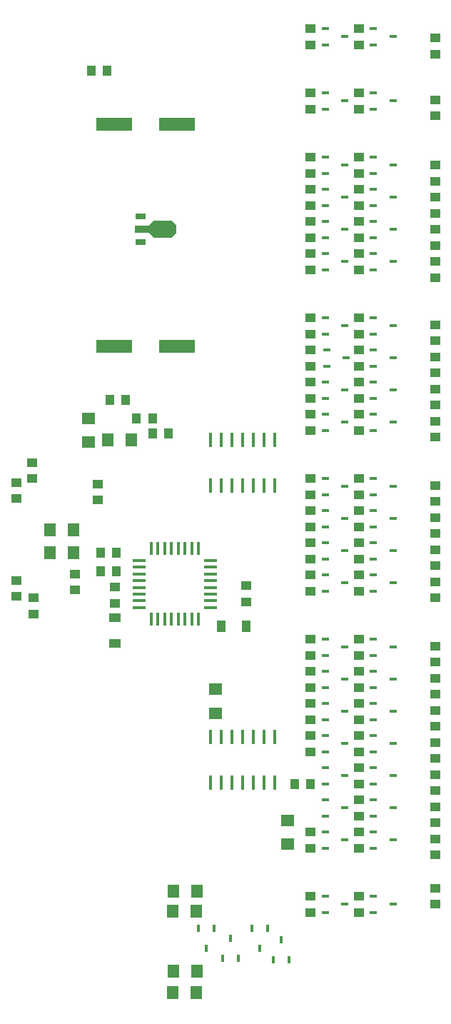
<source format=gbr>
G04 DipTrace 3.3.1.3*
G04 BottomPaste.gbr*
%MOIN*%
G04 #@! TF.FileFunction,Paste,Bot*
G04 #@! TF.Part,Single*
%AMOUTLINE2*
4,1,10,
-0.096457,0.015748,
-0.031834,0.015748,
-0.008212,0.03937,
0.075141,0.03937,
0.096457,0.018054,
0.096457,-0.018054,
0.075141,-0.03937,
-0.008212,-0.03937,
-0.031834,-0.015748,
-0.096457,-0.015748,
-0.096457,0.015748,
0*%
%ADD53R,0.051181X0.031496*%
%ADD57R,0.015748X0.070866*%
%ADD59R,0.011811X0.059055*%
%ADD61R,0.059055X0.011811*%
%ADD63R,0.062992X0.055118*%
%ADD65R,0.033465X0.017717*%
%ADD67R,0.017717X0.033465*%
%ADD69R,0.055118X0.03937*%
%ADD71R,0.03937X0.055118*%
%ADD77R,0.055118X0.062992*%
%ADD79R,0.043307X0.051181*%
%ADD81R,0.165354X0.062992*%
%ADD83R,0.051181X0.043307*%
%ADD89OUTLINE2*%
%FSLAX26Y26*%
G04*
G70*
G90*
G75*
G01*
G04 BotPaste*
%LPD*%
D83*
X1637451Y2356201D3*
Y2431004D3*
X1024951Y2424950D3*
Y2350147D3*
D81*
X1312449Y4587450D3*
X1021110D3*
D79*
X912451Y4837451D3*
X987255D3*
X999953Y3299950D3*
X1074756D3*
D81*
X1312449Y3549951D3*
X1021110D3*
D83*
X643701Y2374950D3*
Y2300147D3*
X637451Y3006201D3*
Y2931398D3*
D79*
X1274951Y3143701D3*
X1200148D3*
D83*
X562451Y2912451D3*
Y2837648D3*
Y2381201D3*
Y2456004D3*
D77*
X831202Y2587450D3*
X720966D3*
X831202Y2693701D3*
X720966D3*
D71*
X1637451Y2243701D3*
X1519341D3*
D69*
X1024951Y2281201D3*
Y2163091D3*
D67*
X1599953Y693702D3*
X1525150D3*
X1562551Y784253D3*
X1662453Y831201D3*
X1737256D3*
X1699854Y740650D3*
X1412453Y831201D3*
X1487256D3*
X1449854Y740650D3*
X1837451Y687450D3*
X1762648D3*
X1800050Y778001D3*
D65*
X2231201Y907235D3*
Y982038D3*
X2321752Y944636D3*
X2006201Y907235D3*
Y982038D3*
X2096752Y944636D3*
X2231201Y1357234D3*
Y1432037D3*
X2321752Y1394635D3*
X2006201Y1357234D3*
Y1432037D3*
X2096752Y1394635D3*
X2231201Y1207235D3*
Y1282038D3*
X2321752Y1244636D3*
X2006201Y1207235D3*
Y1282038D3*
X2096752Y1244636D3*
X2231201Y1507235D3*
Y1582038D3*
X2321752Y1544636D3*
X2006201Y1507235D3*
Y1582038D3*
X2096752Y1544636D3*
X2231201Y1657234D3*
Y1732037D3*
X2321752Y1694635D3*
X2006201Y1657234D3*
Y1732037D3*
X2096752Y1694635D3*
X2231201Y1807235D3*
Y1882038D3*
X2321752Y1844636D3*
X2006201Y1807235D3*
Y1882038D3*
X2096752Y1844636D3*
X2231201Y1957234D3*
Y2032037D3*
X2321752Y1994635D3*
X2006201Y1957234D3*
Y2032037D3*
X2096752Y1994635D3*
X2231201Y2107235D3*
Y2182038D3*
X2321752Y2144636D3*
X2006201Y2107235D3*
Y2182038D3*
X2096752Y2144636D3*
X2231201Y2407235D3*
Y2482038D3*
X2321752Y2444636D3*
X2006201Y2407235D3*
Y2482038D3*
X2096752Y2444636D3*
X2231201Y2557235D3*
Y2632038D3*
X2321752Y2594636D3*
X2006201Y2557235D3*
Y2632038D3*
X2096752Y2594636D3*
X2231201Y2707235D3*
Y2782038D3*
X2321752Y2744636D3*
X2006201Y2707235D3*
Y2782038D3*
X2096752Y2744636D3*
X2231201Y2857235D3*
Y2932038D3*
X2321752Y2894636D3*
X2006201Y2857235D3*
Y2932038D3*
X2096752Y2894636D3*
X2231201Y3157235D3*
Y3232038D3*
X2321752Y3194636D3*
X2006201Y3157235D3*
Y3232038D3*
X2096752Y3194636D3*
X2231201Y3307235D3*
Y3382038D3*
X2321752Y3344636D3*
X2006201Y3307235D3*
Y3382038D3*
X2096752Y3344636D3*
X2231201Y3457235D3*
Y3532038D3*
X2321752Y3494636D3*
X2012451Y3457235D3*
Y3532038D3*
X2103003Y3494636D3*
X2231201Y3607235D3*
Y3682038D3*
X2321752Y3644636D3*
X2006201Y3607235D3*
Y3682038D3*
X2096752Y3644636D3*
X2231201Y4957235D3*
Y5032038D3*
X2321752Y4994636D3*
X2006201Y4957235D3*
Y5032038D3*
X2096752Y4994636D3*
X2231201Y4657235D3*
Y4732038D3*
X2321752Y4694636D3*
X2006201Y4657235D3*
Y4732038D3*
X2096752Y4694636D3*
X2231201Y4357235D3*
Y4432038D3*
X2321752Y4394636D3*
X2006201Y4357235D3*
Y4432038D3*
X2096752Y4394636D3*
X2231201Y4207235D3*
Y4282038D3*
X2321752Y4244636D3*
X2006201Y4207235D3*
Y4282038D3*
X2096752Y4244636D3*
X2231201Y4057235D3*
Y4132038D3*
X2321752Y4094636D3*
X2006201Y4057235D3*
Y4132038D3*
X2096752Y4094636D3*
X2231201Y3907235D3*
Y3982038D3*
X2321752Y3944636D3*
X2006201Y3907235D3*
Y3982038D3*
X2096752Y3944636D3*
D77*
X1406202Y1006201D3*
X1295966D3*
X1292668Y531201D3*
X1402904D3*
X1294735Y912451D3*
X1404971D3*
X1406202Y631201D3*
X1295966D3*
D83*
X2162451Y982235D3*
Y907432D3*
X2518702Y1019735D3*
Y944932D3*
X1937451Y982235D3*
Y907432D3*
X2162451Y1432235D3*
Y1357432D3*
X2518702Y1325986D3*
Y1400789D3*
D63*
X1831202Y1224950D3*
Y1335186D3*
D83*
X2162451Y1282235D3*
Y1207432D3*
X2518701Y1175986D3*
Y1250789D3*
X1937451Y1282235D3*
Y1207432D3*
X2162451Y1582235D3*
Y1507432D3*
X2518702Y1475986D3*
Y1550789D3*
D79*
X1862451Y1507235D3*
X1937255D3*
D83*
X2162451Y1732235D3*
Y1657432D3*
X2518701Y1625986D3*
Y1700789D3*
X1937451Y1732235D3*
Y1657432D3*
X2162451Y1882235D3*
Y1807432D3*
X2518702Y1775986D3*
Y1850789D3*
X1937451Y1882235D3*
Y1807432D3*
X2162451Y2032235D3*
Y1957432D3*
X2518702Y1925986D3*
Y2000789D3*
X1937451Y2032235D3*
Y1957432D3*
X2162451Y2182235D3*
Y2107432D3*
X2518701Y2075986D3*
Y2150789D3*
X1937451Y2182235D3*
Y2107432D3*
X2162451Y2482234D3*
Y2407430D3*
X2518702Y2375986D3*
Y2450789D3*
X1937451Y2482234D3*
Y2407430D3*
X2162451Y2632235D3*
Y2557432D3*
X2518702Y2525986D3*
Y2600789D3*
X1937451Y2632235D3*
Y2557432D3*
X2162451Y2782234D3*
Y2707430D3*
X2518702Y2675986D3*
Y2750789D3*
X1937451Y2782234D3*
Y2707430D3*
X2162451Y2932235D3*
Y2857432D3*
X2518702Y2825986D3*
Y2900789D3*
X1937451Y2932235D3*
Y2857432D3*
X2162451Y3232235D3*
Y3157432D3*
X2518701Y3125986D3*
Y3200789D3*
X1937451Y3232235D3*
Y3157432D3*
X2162451Y3382234D3*
Y3307430D3*
X2518701Y3275986D3*
Y3350789D3*
X1937451Y3382234D3*
Y3307430D3*
X2162451Y3532235D3*
Y3457432D3*
X2518701Y3425986D3*
Y3500789D3*
X1937451Y3532235D3*
Y3457432D3*
X2162451Y3682038D3*
Y3607235D3*
X2518702Y3575986D3*
Y3650789D3*
X1937451Y3682234D3*
Y3607430D3*
X2162451Y5032235D3*
Y4957432D3*
X2518701Y4913486D3*
Y4988289D3*
X1937451Y5032235D3*
Y4957432D3*
X2162451Y4732235D3*
Y4657432D3*
X2518702Y4625986D3*
Y4700789D3*
X1937451Y4732235D3*
Y4657432D3*
X2162451Y4432235D3*
Y4357432D3*
X2518702Y4319735D3*
Y4394538D3*
X1937451Y4432235D3*
Y4357432D3*
X2162451Y4282235D3*
Y4207432D3*
X2518701Y4169735D3*
Y4244538D3*
X1937451Y4282235D3*
Y4207432D3*
X2162451Y4132235D3*
Y4057432D3*
X2518702Y4019735D3*
Y4094538D3*
X1937451Y4132235D3*
Y4057432D3*
X2162451Y3982235D3*
Y3907432D3*
X2518701Y3869735D3*
Y3944538D3*
X1937451Y3982235D3*
Y3907432D3*
X943701Y2906201D3*
Y2831398D3*
X837451Y2412451D3*
Y2487255D3*
D79*
X956202Y2587451D3*
X1031005D3*
X956202Y2499950D3*
X1031005D3*
X1124951Y3212450D3*
X1199755D3*
D63*
X1493701Y1837450D3*
Y1947686D3*
D77*
X1099951Y3112451D3*
X989715D3*
D63*
X899951Y3212451D3*
Y3102215D3*
D61*
X1468701Y2549951D3*
Y2518455D3*
Y2486959D3*
Y2455463D3*
Y2423967D3*
Y2392471D3*
Y2360975D3*
Y2329479D3*
D59*
X1413583Y2274361D3*
X1382087D3*
X1350591D3*
X1319094D3*
X1287598D3*
X1256102D3*
X1224606D3*
X1193110D3*
D61*
X1137992Y2329479D3*
Y2360975D3*
Y2392471D3*
Y2423967D3*
Y2455463D3*
Y2486959D3*
Y2518455D3*
Y2549951D3*
D59*
X1193110Y2605070D3*
X1224606D3*
X1256102D3*
X1287598D3*
X1319094D3*
X1350591D3*
X1382087D3*
X1413583D3*
D57*
X1468701Y1725984D3*
X1518701D3*
X1568701D3*
X1618701D3*
X1668701D3*
X1718701D3*
X1768701D3*
Y1513386D3*
X1718701D3*
X1668701D3*
X1618701D3*
X1568701D3*
X1518701D3*
X1468701D3*
Y3112450D3*
X1518701D3*
X1568701D3*
X1618701D3*
X1668701D3*
X1718701D3*
X1768701D3*
Y2899852D3*
X1718701D3*
X1668701D3*
X1618701D3*
X1568701D3*
X1518701D3*
X1468701D3*
D53*
X1143702Y4037451D3*
D89*
X1214568Y4096507D3*
D53*
X1143702Y4155562D3*
M02*

</source>
